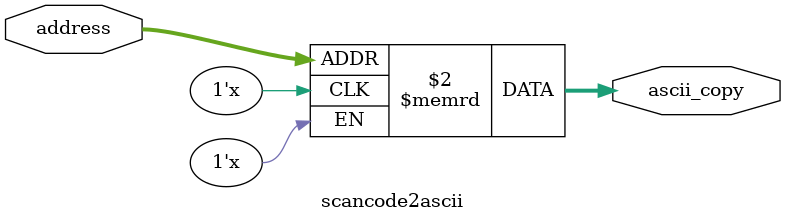
<source format=v>
module scancode2ascii(address, ascii_copy);

	input [7:0] address;
	
	output reg [7:0] ascii_copy;
	
	(* ram_init_file = "keyboard.mif" *) reg [7:0] ascii_rom[255:0];
	
	always @(*)
	begin
		ascii_copy = ascii_rom[address];
	end

endmodule

</source>
